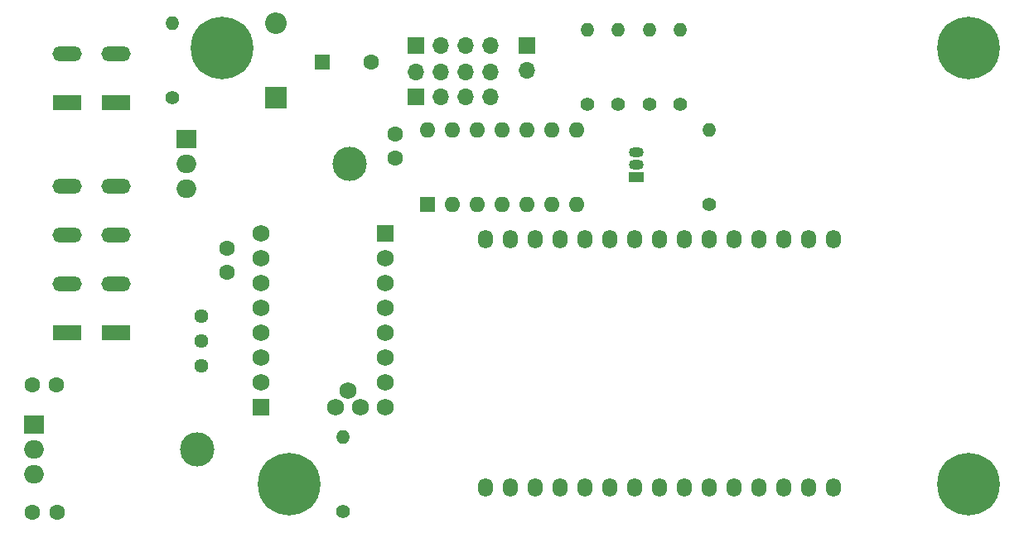
<source format=gbr>
%TF.GenerationSoftware,KiCad,Pcbnew,8.0.7*%
%TF.CreationDate,2025-05-19T16:35:52+02:00*%
%TF.ProjectId,nils-tmc5160,6e696c73-2d74-46d6-9335-3136302e6b69,rev?*%
%TF.SameCoordinates,Original*%
%TF.FileFunction,Soldermask,Top*%
%TF.FilePolarity,Negative*%
%FSLAX46Y46*%
G04 Gerber Fmt 4.6, Leading zero omitted, Abs format (unit mm)*
G04 Created by KiCad (PCBNEW 8.0.7) date 2025-05-19 16:35:52*
%MOMM*%
%LPD*%
G01*
G04 APERTURE LIST*
G04 Aperture macros list*
%AMRoundRect*
0 Rectangle with rounded corners*
0 $1 Rounding radius*
0 $2 $3 $4 $5 $6 $7 $8 $9 X,Y pos of 4 corners*
0 Add a 4 corners polygon primitive as box body*
4,1,4,$2,$3,$4,$5,$6,$7,$8,$9,$2,$3,0*
0 Add four circle primitives for the rounded corners*
1,1,$1+$1,$2,$3*
1,1,$1+$1,$4,$5*
1,1,$1+$1,$6,$7*
1,1,$1+$1,$8,$9*
0 Add four rect primitives between the rounded corners*
20,1,$1+$1,$2,$3,$4,$5,0*
20,1,$1+$1,$4,$5,$6,$7,0*
20,1,$1+$1,$6,$7,$8,$9,0*
20,1,$1+$1,$8,$9,$2,$3,0*%
G04 Aperture macros list end*
%ADD10O,1.524000X1.900000*%
%ADD11C,0.800000*%
%ADD12C,6.400000*%
%ADD13R,3.000000X1.500000*%
%ADD14O,3.000000X1.500000*%
%ADD15C,1.728000*%
%ADD16RoundRect,0.102000X-0.762000X-0.762000X0.762000X-0.762000X0.762000X0.762000X-0.762000X0.762000X0*%
%ADD17R,1.700000X1.700000*%
%ADD18O,1.700000X1.700000*%
%ADD19R,1.600000X1.600000*%
%ADD20C,1.600000*%
%ADD21C,1.400000*%
%ADD22O,1.400000X1.400000*%
%ADD23C,3.500000*%
%ADD24R,2.000000X1.905000*%
%ADD25O,2.000000X1.905000*%
%ADD26O,1.600000X1.600000*%
%ADD27R,2.200000X2.200000*%
%ADD28O,2.200000X2.200000*%
%ADD29R,1.500000X1.050000*%
%ADD30O,1.500000X1.050000*%
%ADD31C,1.440000*%
G04 APERTURE END LIST*
D10*
%TO.C,U4*%
X227076000Y-99949000D03*
X224536000Y-99949000D03*
X221996000Y-99949000D03*
X219456000Y-99949000D03*
X216916000Y-99949000D03*
X214376000Y-99949000D03*
X211836000Y-99949000D03*
X209296000Y-99949000D03*
X206756000Y-99949000D03*
X204216000Y-99949000D03*
X201676000Y-99949000D03*
X199136000Y-99949000D03*
X196596000Y-99949000D03*
X194056000Y-99949000D03*
X191516000Y-99949000D03*
X227076000Y-74549000D03*
X224536000Y-74549000D03*
X221996000Y-74549000D03*
X219456000Y-74549000D03*
X216916000Y-74549000D03*
X214376000Y-74549000D03*
X211836000Y-74549000D03*
X209296000Y-74549000D03*
X206756000Y-74549000D03*
X204216000Y-74549000D03*
X201676000Y-74549000D03*
X199136000Y-74549000D03*
X196596000Y-74549000D03*
X194056000Y-74549000D03*
X191516000Y-74549000D03*
%TD*%
D11*
%TO.C,H4*%
X238489540Y-55014187D03*
X239192484Y-53317131D03*
X239192484Y-56711243D03*
X240889540Y-52614187D03*
D12*
X240889540Y-55014187D03*
D11*
X240889540Y-57414187D03*
X242586596Y-53317131D03*
X242586596Y-56711243D03*
X243289540Y-55014187D03*
%TD*%
%TO.C,H3*%
X169015540Y-99614187D03*
X169718484Y-97917131D03*
X169718484Y-101311243D03*
X171415540Y-97214187D03*
D12*
X171415540Y-99614187D03*
D11*
X171415540Y-102014187D03*
X173112596Y-97917131D03*
X173112596Y-101311243D03*
X173815540Y-99614187D03*
%TD*%
%TO.C,H2*%
X162215540Y-55014187D03*
X162918484Y-53317131D03*
X162918484Y-56711243D03*
X164615540Y-52614187D03*
D12*
X164615540Y-55014187D03*
D11*
X164615540Y-57414187D03*
X166312596Y-53317131D03*
X166312596Y-56711243D03*
X167015540Y-55014187D03*
%TD*%
%TO.C,H1*%
X238489540Y-99614187D03*
X239192484Y-97917131D03*
X239192484Y-101311243D03*
X240889540Y-97214187D03*
D12*
X240889540Y-99614187D03*
D11*
X240889540Y-102014187D03*
X242586596Y-97917131D03*
X242586596Y-101311243D03*
X243289540Y-99614187D03*
%TD*%
D13*
%TO.C,S1*%
X148749000Y-60562000D03*
X153749000Y-60562000D03*
D14*
X148749000Y-55562000D03*
X153749000Y-55562000D03*
%TD*%
D15*
%TO.C,U3*%
X181225500Y-91694000D03*
X181225500Y-89154000D03*
X181225500Y-86614000D03*
X181225500Y-84074000D03*
X181225500Y-81534000D03*
X181225500Y-78994000D03*
X181225500Y-76454000D03*
D16*
X181225500Y-73914000D03*
D15*
X168525500Y-73914000D03*
X168525500Y-76454000D03*
X168525500Y-78994000D03*
X168525500Y-81534000D03*
X168525500Y-84074000D03*
X168525500Y-86614000D03*
X168525500Y-89154000D03*
D16*
X168525500Y-91694000D03*
D15*
X178685500Y-91694000D03*
X177415500Y-90043000D03*
X176145500Y-91694000D03*
%TD*%
D17*
%TO.C,J3*%
X184414000Y-54737000D03*
D18*
X186954000Y-54737000D03*
X189494000Y-54737000D03*
X192034000Y-54737000D03*
%TD*%
D19*
%TO.C,C3*%
X174832000Y-56388000D03*
D20*
X179832000Y-56388000D03*
%TD*%
D21*
%TO.C,R2*%
X201925000Y-60696000D03*
D22*
X201925000Y-53076000D03*
%TD*%
D20*
%TO.C,C2*%
X165100000Y-77958000D03*
X165100000Y-75458000D03*
%TD*%
D23*
%TO.C,U1*%
X162052000Y-96012000D03*
D24*
X145392000Y-93472000D03*
D25*
X145392000Y-96012000D03*
X145392000Y-98552000D03*
%TD*%
D13*
%TO.C,J4*%
X148749000Y-84088000D03*
X153749000Y-84088000D03*
D14*
X148749000Y-79088000D03*
X153749000Y-79088000D03*
X148749000Y-74088000D03*
X153749000Y-74088000D03*
X148749000Y-69088000D03*
X153749000Y-69088000D03*
%TD*%
D21*
%TO.C,R5*%
X211375000Y-60696000D03*
D22*
X211375000Y-53076000D03*
%TD*%
D23*
%TO.C,Q1*%
X177610000Y-66802000D03*
D24*
X160950000Y-64262000D03*
D25*
X160950000Y-66802000D03*
X160950000Y-69342000D03*
%TD*%
D19*
%TO.C,U2*%
X185547000Y-70993000D03*
D26*
X188087000Y-70993000D03*
X190627000Y-70993000D03*
X193167000Y-70993000D03*
X195707000Y-70993000D03*
X198247000Y-70993000D03*
X200787000Y-70993000D03*
X200787000Y-63373000D03*
X198247000Y-63373000D03*
X195707000Y-63373000D03*
X193167000Y-63373000D03*
X190627000Y-63373000D03*
X188087000Y-63373000D03*
X185547000Y-63373000D03*
%TD*%
D20*
%TO.C,C1*%
X182245000Y-63774000D03*
X182245000Y-66274000D03*
%TD*%
D21*
%TO.C,R6*%
X214376000Y-70993000D03*
D22*
X214376000Y-63373000D03*
%TD*%
D20*
%TO.C,Murata-Ceramic-Capacitor-50v1-22uF1*%
X147701000Y-102489000D03*
X145201000Y-102489000D03*
%TD*%
D17*
%TO.C,J2*%
X195707000Y-54732000D03*
D18*
X195707000Y-57272000D03*
%TD*%
D20*
%TO.C,Murata-Ceramic-Capacitor-50v1-22uF2*%
X145181000Y-89408000D03*
X147681000Y-89408000D03*
%TD*%
D21*
%TO.C,R1*%
X159512000Y-60071000D03*
D22*
X159512000Y-52451000D03*
%TD*%
D21*
%TO.C,R3*%
X205075000Y-60696000D03*
D22*
X205075000Y-53076000D03*
%TD*%
D27*
%TO.C,D1*%
X170053000Y-60071000D03*
D28*
X170053000Y-52451000D03*
%TD*%
D21*
%TO.C,R4*%
X208225000Y-60696000D03*
D22*
X208225000Y-53076000D03*
%TD*%
D21*
%TO.C,L1*%
X176911000Y-102362000D03*
D22*
X176911000Y-94742000D03*
%TD*%
D29*
%TO.C,Q2*%
X206883000Y-68199000D03*
D30*
X206883000Y-66929000D03*
X206883000Y-65659000D03*
%TD*%
D31*
%TO.C,RV1*%
X162433000Y-82413000D03*
X162433000Y-84953000D03*
X162433000Y-87493000D03*
%TD*%
D17*
%TO.C,J1*%
X184404000Y-59944000D03*
D18*
X184404000Y-57404000D03*
X186944000Y-59944000D03*
X186944000Y-57404000D03*
X189484000Y-59944000D03*
X189484000Y-57404000D03*
X192024000Y-59944000D03*
X192024000Y-57404000D03*
%TD*%
M02*

</source>
